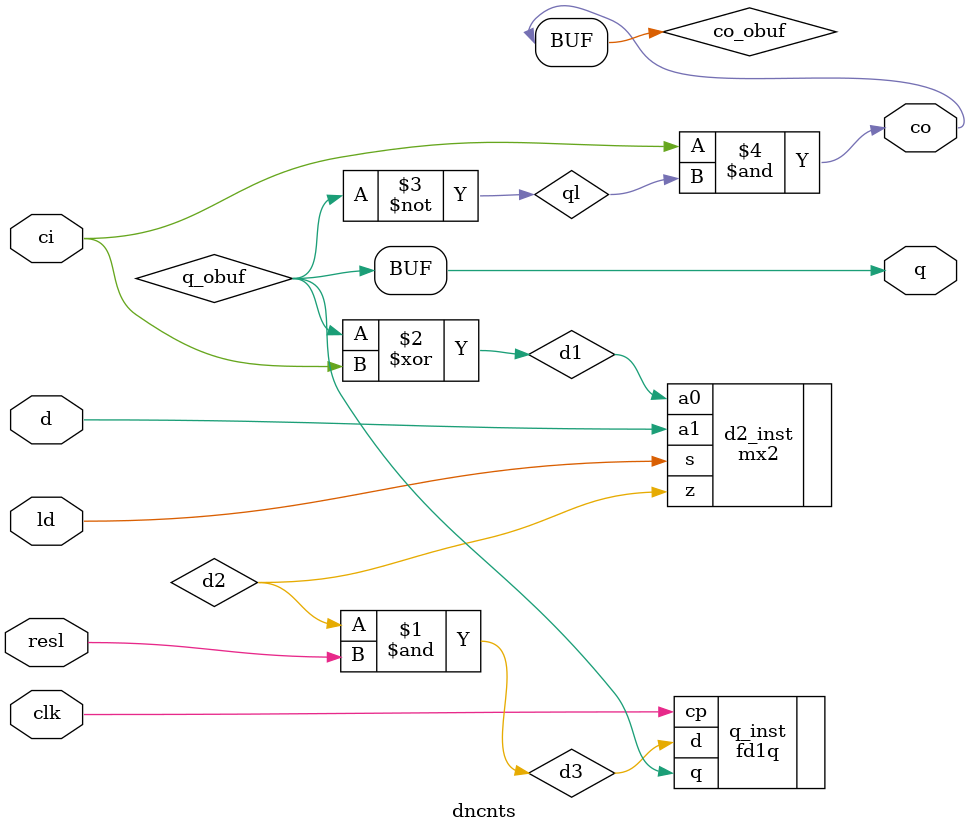
<source format=v>
`include "defs.v"

module dncnts
(
	output q,
	output co,
	input d,
	input clk,
	input ci,
	input ld,
	input resl
);
wire d3;
wire d2;
wire d1;
wire ql;

// Output buffers
wire q_obuf;
wire co_obuf;


// Output buffers
assign q = q_obuf;
assign co = co_obuf;


// LEGO.NET (147) - q : fd1q
fd1q q_inst
(
	.q(q_obuf), // OUT
	.d(d3), // IN
	.cp(clk)  // IN
);

// LEGO.NET (148) - d3 : an2
assign d3 = d2 & resl;

// LEGO.NET (149) - d2 : mx2
mx2 d2_inst
(
	.z(d2), // OUT
	.a0(d1), // IN
	.a1(d), // IN
	.s(ld)  // IN
);

// LEGO.NET (150) - d1 : eo
assign d1 = q_obuf ^ ci;

// LEGO.NET (151) - ql : iv
assign ql = ~q_obuf;

// LEGO.NET (152) - co : an2
assign co_obuf = ci & ql;
endmodule

</source>
